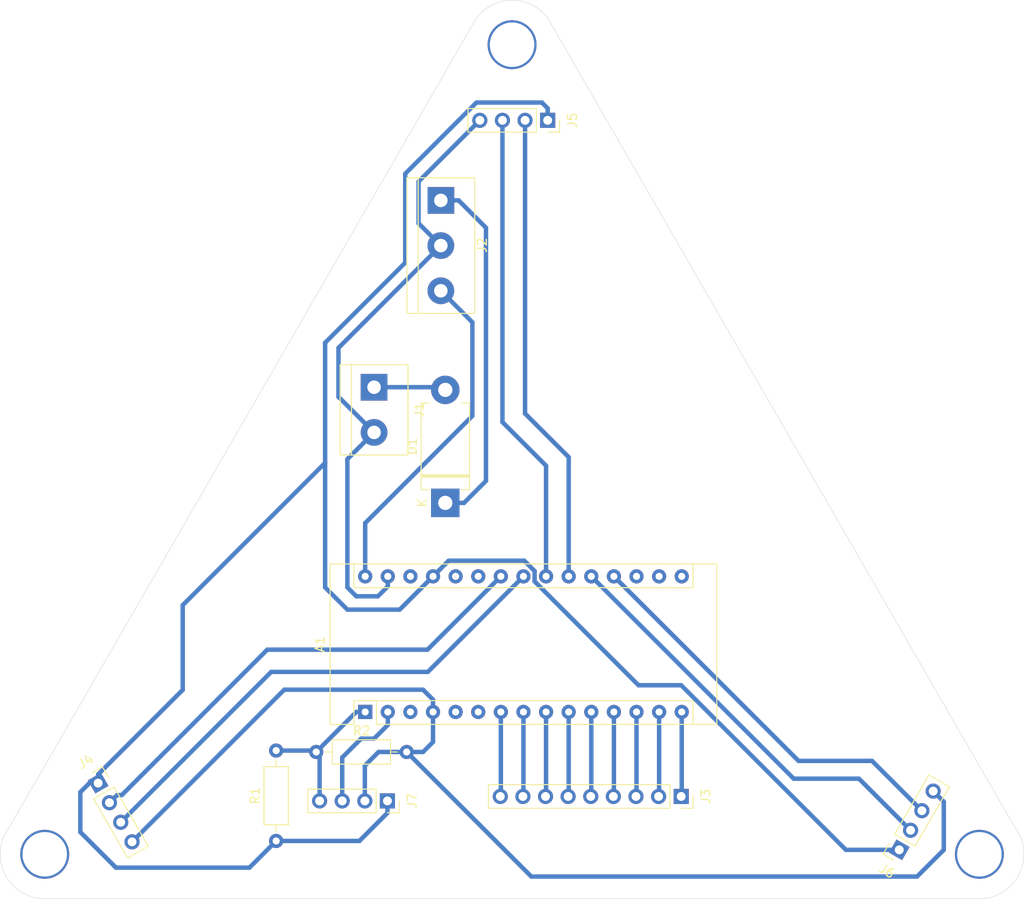
<source format=kicad_pcb>
(kicad_pcb (version 20171130) (host pcbnew 5.1.5+dfsg1-2build2)

  (general
    (thickness 1.6)
    (drawings 6)
    (tracks 123)
    (zones 0)
    (modules 11)
    (nets 23)
  )

  (page A4)
  (layers
    (0 F.Cu signal)
    (31 B.Cu signal)
    (32 B.Adhes user)
    (33 F.Adhes user)
    (34 B.Paste user)
    (35 F.Paste user)
    (36 B.SilkS user)
    (37 F.SilkS user)
    (38 B.Mask user)
    (39 F.Mask user)
    (40 Dwgs.User user)
    (41 Cmts.User user)
    (42 Eco1.User user)
    (43 Eco2.User user)
    (44 Edge.Cuts user)
    (45 Margin user)
    (46 B.CrtYd user)
    (47 F.CrtYd user)
    (48 B.Fab user)
    (49 F.Fab user)
  )

  (setup
    (last_trace_width 0.5)
    (user_trace_width 0.5)
    (trace_clearance 0.2)
    (zone_clearance 0.508)
    (zone_45_only no)
    (trace_min 0.5)
    (via_size 0.8)
    (via_drill 0.4)
    (via_min_size 0.4)
    (via_min_drill 0.3)
    (uvia_size 0.3)
    (uvia_drill 0.1)
    (uvias_allowed no)
    (uvia_min_size 0.2)
    (uvia_min_drill 0.1)
    (edge_width 0.05)
    (segment_width 0.2)
    (pcb_text_width 0.3)
    (pcb_text_size 1.5 1.5)
    (mod_edge_width 0.12)
    (mod_text_size 1 1)
    (mod_text_width 0.15)
    (pad_size 1.524 1.524)
    (pad_drill 0.762)
    (pad_to_mask_clearance 0.051)
    (solder_mask_min_width 0.25)
    (aux_axis_origin 0 0)
    (visible_elements FFFFE77F)
    (pcbplotparams
      (layerselection 0x010fc_ffffffff)
      (usegerberextensions false)
      (usegerberattributes false)
      (usegerberadvancedattributes false)
      (creategerberjobfile false)
      (excludeedgelayer true)
      (linewidth 0.100000)
      (plotframeref false)
      (viasonmask false)
      (mode 1)
      (useauxorigin false)
      (hpglpennumber 1)
      (hpglpenspeed 20)
      (hpglpendiameter 15.000000)
      (psnegative false)
      (psa4output false)
      (plotreference true)
      (plotvalue true)
      (plotinvisibletext false)
      (padsonsilk false)
      (subtractmaskfromsilk false)
      (outputformat 1)
      (mirror false)
      (drillshape 0)
      (scaleselection 1)
      (outputdirectory ""))
  )

  (net 0 "")
  (net 1 Vin)
  (net 2 "Net-(D1-Pad2)")
  (net 3 GND)
  (net 4 5v)
  (net 5 Trig1)
  (net 6 Echo1)
  (net 7 Echo2)
  (net 8 Trig2)
  (net 9 Trig3)
  (net 10 Echo3)
  (net 11 SRx)
  (net 12 STx)
  (net 13 ENA)
  (net 14 IN1)
  (net 15 IN2)
  (net 16 IN3)
  (net 17 IN4)
  (net 18 ENB)
  (net 19 ENC)
  (net 20 IN5)
  (net 21 IN6)
  (net 22 Vbat)

  (net_class Default "This is the default net class."
    (clearance 0.2)
    (trace_width 0.5)
    (via_dia 0.8)
    (via_drill 0.4)
    (uvia_dia 0.3)
    (uvia_drill 0.1)
    (diff_pair_width 0.5)
    (diff_pair_gap 0.25)
    (add_net 5v)
    (add_net ENA)
    (add_net ENB)
    (add_net ENC)
    (add_net Echo1)
    (add_net Echo2)
    (add_net Echo3)
    (add_net GND)
    (add_net IN1)
    (add_net IN2)
    (add_net IN3)
    (add_net IN4)
    (add_net IN5)
    (add_net IN6)
    (add_net "Net-(D1-Pad2)")
    (add_net SRx)
    (add_net STx)
    (add_net Trig1)
    (add_net Trig2)
    (add_net Trig3)
    (add_net Vbat)
    (add_net Vin)
  )

  (module Diode_THT:D_DO-201AD_P12.70mm_Horizontal (layer F.Cu) (tedit 5AE50CD5) (tstamp 61AA34B2)
    (at 95 103.5 90)
    (descr "Diode, DO-201AD series, Axial, Horizontal, pin pitch=12.7mm, , length*diameter=9.5*5.2mm^2, , http://www.diodes.com/_files/packages/DO-201AD.pdf")
    (tags "Diode DO-201AD series Axial Horizontal pin pitch 12.7mm  length 9.5mm diameter 5.2mm")
    (path /61A723B8)
    (fp_text reference D1 (at 6.35 -3.72 90) (layer F.SilkS)
      (effects (font (size 1 1) (thickness 0.15)))
    )
    (fp_text value 1N5404 (at 6.35 3.72 90) (layer F.Fab)
      (effects (font (size 1 1) (thickness 0.15)))
    )
    (fp_line (start 1.6 -2.6) (end 1.6 2.6) (layer F.Fab) (width 0.1))
    (fp_line (start 1.6 2.6) (end 11.1 2.6) (layer F.Fab) (width 0.1))
    (fp_line (start 11.1 2.6) (end 11.1 -2.6) (layer F.Fab) (width 0.1))
    (fp_line (start 11.1 -2.6) (end 1.6 -2.6) (layer F.Fab) (width 0.1))
    (fp_line (start 0 0) (end 1.6 0) (layer F.Fab) (width 0.1))
    (fp_line (start 12.7 0) (end 11.1 0) (layer F.Fab) (width 0.1))
    (fp_line (start 3.025 -2.6) (end 3.025 2.6) (layer F.Fab) (width 0.1))
    (fp_line (start 3.125 -2.6) (end 3.125 2.6) (layer F.Fab) (width 0.1))
    (fp_line (start 2.925 -2.6) (end 2.925 2.6) (layer F.Fab) (width 0.1))
    (fp_line (start 1.48 -1.84) (end 1.48 -2.72) (layer F.SilkS) (width 0.12))
    (fp_line (start 1.48 -2.72) (end 11.22 -2.72) (layer F.SilkS) (width 0.12))
    (fp_line (start 11.22 -2.72) (end 11.22 -1.84) (layer F.SilkS) (width 0.12))
    (fp_line (start 1.48 1.84) (end 1.48 2.72) (layer F.SilkS) (width 0.12))
    (fp_line (start 1.48 2.72) (end 11.22 2.72) (layer F.SilkS) (width 0.12))
    (fp_line (start 11.22 2.72) (end 11.22 1.84) (layer F.SilkS) (width 0.12))
    (fp_line (start 3.025 -2.72) (end 3.025 2.72) (layer F.SilkS) (width 0.12))
    (fp_line (start 3.145 -2.72) (end 3.145 2.72) (layer F.SilkS) (width 0.12))
    (fp_line (start 2.905 -2.72) (end 2.905 2.72) (layer F.SilkS) (width 0.12))
    (fp_line (start -1.85 -2.85) (end -1.85 2.85) (layer F.CrtYd) (width 0.05))
    (fp_line (start -1.85 2.85) (end 14.55 2.85) (layer F.CrtYd) (width 0.05))
    (fp_line (start 14.55 2.85) (end 14.55 -2.85) (layer F.CrtYd) (width 0.05))
    (fp_line (start 14.55 -2.85) (end -1.85 -2.85) (layer F.CrtYd) (width 0.05))
    (fp_text user %R (at 7.0625 0 90) (layer F.Fab)
      (effects (font (size 1 1) (thickness 0.15)))
    )
    (fp_text user K (at 0 -2.6 90) (layer F.Fab)
      (effects (font (size 1 1) (thickness 0.15)))
    )
    (fp_text user K (at 0 -2.6 90) (layer F.SilkS)
      (effects (font (size 1 1) (thickness 0.15)))
    )
    (pad 1 thru_hole rect (at 0 0 90) (size 3.2 3.2) (drill 1.6) (layers *.Cu *.Mask)
      (net 22 Vbat))
    (pad 2 thru_hole oval (at 12.7 0 90) (size 3.2 3.2) (drill 1.6) (layers *.Cu *.Mask)
      (net 2 "Net-(D1-Pad2)"))
    (model ${KISYS3DMOD}/Diode_THT.3dshapes/D_DO-201AD_P12.70mm_Horizontal.wrl
      (at (xyz 0 0 0))
      (scale (xyz 1 1 1))
      (rotate (xyz 0 0 0))
    )
  )

  (module Module:Arduino_Nano (layer F.Cu) (tedit 58ACAF70) (tstamp 61A8D354)
    (at 86 127 90)
    (descr "Arduino Nano, http://www.mouser.com/pdfdocs/Gravitech_Arduino_Nano3_0.pdf")
    (tags "Arduino Nano")
    (path /61B1ACE7)
    (fp_text reference A1 (at 7.62 -5.08 90) (layer F.SilkS)
      (effects (font (size 1 1) (thickness 0.15)))
    )
    (fp_text value Arduino_Nano_v2.x (at 8.89 19.05) (layer F.Fab)
      (effects (font (size 1 1) (thickness 0.15)))
    )
    (fp_text user %R (at 6.35 19.05) (layer F.Fab)
      (effects (font (size 1 1) (thickness 0.15)))
    )
    (fp_line (start 1.27 1.27) (end 1.27 -1.27) (layer F.SilkS) (width 0.12))
    (fp_line (start 1.27 -1.27) (end -1.4 -1.27) (layer F.SilkS) (width 0.12))
    (fp_line (start -1.4 1.27) (end -1.4 39.5) (layer F.SilkS) (width 0.12))
    (fp_line (start -1.4 -3.94) (end -1.4 -1.27) (layer F.SilkS) (width 0.12))
    (fp_line (start 13.97 -1.27) (end 16.64 -1.27) (layer F.SilkS) (width 0.12))
    (fp_line (start 13.97 -1.27) (end 13.97 36.83) (layer F.SilkS) (width 0.12))
    (fp_line (start 13.97 36.83) (end 16.64 36.83) (layer F.SilkS) (width 0.12))
    (fp_line (start 1.27 1.27) (end -1.4 1.27) (layer F.SilkS) (width 0.12))
    (fp_line (start 1.27 1.27) (end 1.27 36.83) (layer F.SilkS) (width 0.12))
    (fp_line (start 1.27 36.83) (end -1.4 36.83) (layer F.SilkS) (width 0.12))
    (fp_line (start 3.81 31.75) (end 11.43 31.75) (layer F.Fab) (width 0.1))
    (fp_line (start 11.43 31.75) (end 11.43 41.91) (layer F.Fab) (width 0.1))
    (fp_line (start 11.43 41.91) (end 3.81 41.91) (layer F.Fab) (width 0.1))
    (fp_line (start 3.81 41.91) (end 3.81 31.75) (layer F.Fab) (width 0.1))
    (fp_line (start -1.4 39.5) (end 16.64 39.5) (layer F.SilkS) (width 0.12))
    (fp_line (start 16.64 39.5) (end 16.64 -3.94) (layer F.SilkS) (width 0.12))
    (fp_line (start 16.64 -3.94) (end -1.4 -3.94) (layer F.SilkS) (width 0.12))
    (fp_line (start 16.51 39.37) (end -1.27 39.37) (layer F.Fab) (width 0.1))
    (fp_line (start -1.27 39.37) (end -1.27 -2.54) (layer F.Fab) (width 0.1))
    (fp_line (start -1.27 -2.54) (end 0 -3.81) (layer F.Fab) (width 0.1))
    (fp_line (start 0 -3.81) (end 16.51 -3.81) (layer F.Fab) (width 0.1))
    (fp_line (start 16.51 -3.81) (end 16.51 39.37) (layer F.Fab) (width 0.1))
    (fp_line (start -1.53 -4.06) (end 16.75 -4.06) (layer F.CrtYd) (width 0.05))
    (fp_line (start -1.53 -4.06) (end -1.53 42.16) (layer F.CrtYd) (width 0.05))
    (fp_line (start 16.75 42.16) (end 16.75 -4.06) (layer F.CrtYd) (width 0.05))
    (fp_line (start 16.75 42.16) (end -1.53 42.16) (layer F.CrtYd) (width 0.05))
    (pad 1 thru_hole rect (at 0 0 90) (size 1.6 1.6) (drill 0.8) (layers *.Cu *.Mask)
      (net 11 SRx))
    (pad 17 thru_hole oval (at 15.24 33.02 90) (size 1.6 1.6) (drill 0.8) (layers *.Cu *.Mask))
    (pad 2 thru_hole oval (at 0 2.54 90) (size 1.6 1.6) (drill 0.8) (layers *.Cu *.Mask)
      (net 12 STx))
    (pad 18 thru_hole oval (at 15.24 30.48 90) (size 1.6 1.6) (drill 0.8) (layers *.Cu *.Mask))
    (pad 3 thru_hole oval (at 0 5.08 90) (size 1.6 1.6) (drill 0.8) (layers *.Cu *.Mask))
    (pad 19 thru_hole oval (at 15.24 27.94 90) (size 1.6 1.6) (drill 0.8) (layers *.Cu *.Mask)
      (net 10 Echo3))
    (pad 4 thru_hole oval (at 0 7.62 90) (size 1.6 1.6) (drill 0.8) (layers *.Cu *.Mask)
      (net 3 GND))
    (pad 20 thru_hole oval (at 15.24 25.4 90) (size 1.6 1.6) (drill 0.8) (layers *.Cu *.Mask)
      (net 9 Trig3))
    (pad 5 thru_hole oval (at 0 10.16 90) (size 1.6 1.6) (drill 0.8) (layers *.Cu *.Mask))
    (pad 21 thru_hole oval (at 15.24 22.86 90) (size 1.6 1.6) (drill 0.8) (layers *.Cu *.Mask)
      (net 8 Trig2))
    (pad 6 thru_hole oval (at 0 12.7 90) (size 1.6 1.6) (drill 0.8) (layers *.Cu *.Mask))
    (pad 22 thru_hole oval (at 15.24 20.32 90) (size 1.6 1.6) (drill 0.8) (layers *.Cu *.Mask)
      (net 7 Echo2))
    (pad 7 thru_hole oval (at 0 15.24 90) (size 1.6 1.6) (drill 0.8) (layers *.Cu *.Mask)
      (net 21 IN6))
    (pad 23 thru_hole oval (at 15.24 17.78 90) (size 1.6 1.6) (drill 0.8) (layers *.Cu *.Mask)
      (net 6 Echo1))
    (pad 8 thru_hole oval (at 0 17.78 90) (size 1.6 1.6) (drill 0.8) (layers *.Cu *.Mask)
      (net 20 IN5))
    (pad 24 thru_hole oval (at 15.24 15.24 90) (size 1.6 1.6) (drill 0.8) (layers *.Cu *.Mask)
      (net 5 Trig1))
    (pad 9 thru_hole oval (at 0 20.32 90) (size 1.6 1.6) (drill 0.8) (layers *.Cu *.Mask)
      (net 19 ENC))
    (pad 25 thru_hole oval (at 15.24 12.7 90) (size 1.6 1.6) (drill 0.8) (layers *.Cu *.Mask))
    (pad 10 thru_hole oval (at 0 22.86 90) (size 1.6 1.6) (drill 0.8) (layers *.Cu *.Mask)
      (net 18 ENB))
    (pad 26 thru_hole oval (at 15.24 10.16 90) (size 1.6 1.6) (drill 0.8) (layers *.Cu *.Mask))
    (pad 11 thru_hole oval (at 0 25.4 90) (size 1.6 1.6) (drill 0.8) (layers *.Cu *.Mask)
      (net 17 IN4))
    (pad 27 thru_hole oval (at 15.24 7.62 90) (size 1.6 1.6) (drill 0.8) (layers *.Cu *.Mask)
      (net 4 5v))
    (pad 12 thru_hole oval (at 0 27.94 90) (size 1.6 1.6) (drill 0.8) (layers *.Cu *.Mask)
      (net 16 IN3))
    (pad 28 thru_hole oval (at 15.24 5.08 90) (size 1.6 1.6) (drill 0.8) (layers *.Cu *.Mask))
    (pad 13 thru_hole oval (at 0 30.48 90) (size 1.6 1.6) (drill 0.8) (layers *.Cu *.Mask)
      (net 15 IN2))
    (pad 29 thru_hole oval (at 15.24 2.54 90) (size 1.6 1.6) (drill 0.8) (layers *.Cu *.Mask)
      (net 3 GND))
    (pad 14 thru_hole oval (at 0 33.02 90) (size 1.6 1.6) (drill 0.8) (layers *.Cu *.Mask)
      (net 14 IN1))
    (pad 30 thru_hole oval (at 15.24 0 90) (size 1.6 1.6) (drill 0.8) (layers *.Cu *.Mask)
      (net 1 Vin))
    (pad 15 thru_hole oval (at 0 35.56 90) (size 1.6 1.6) (drill 0.8) (layers *.Cu *.Mask)
      (net 13 ENA))
    (pad 16 thru_hole oval (at 15.24 35.56 90) (size 1.6 1.6) (drill 0.8) (layers *.Cu *.Mask))
    (model ${KISYS3DMOD}/Module.3dshapes/Arduino_Nano_WithMountingHoles.wrl
      (at (xyz 0 0 0))
      (scale (xyz 1 1 1))
      (rotate (xyz 0 0 0))
    )
  )

  (module TerminalBlock:TerminalBlock_bornier-2_P5.08mm (layer F.Cu) (tedit 59FF03AB) (tstamp 61A8D388)
    (at 87 90.5 270)
    (descr "simple 2-pin terminal block, pitch 5.08mm, revamped version of bornier2")
    (tags "terminal block bornier2")
    (path /61A8617A)
    (fp_text reference J1 (at 2.54 -5.08 90) (layer F.SilkS)
      (effects (font (size 1 1) (thickness 0.15)))
    )
    (fp_text value Battery (at 2.54 5.08 90) (layer F.Fab)
      (effects (font (size 1 1) (thickness 0.15)))
    )
    (fp_text user %R (at 2.54 0 90) (layer F.Fab)
      (effects (font (size 1 1) (thickness 0.15)))
    )
    (fp_line (start -2.41 2.55) (end 7.49 2.55) (layer F.Fab) (width 0.1))
    (fp_line (start -2.46 -3.75) (end -2.46 3.75) (layer F.Fab) (width 0.1))
    (fp_line (start -2.46 3.75) (end 7.54 3.75) (layer F.Fab) (width 0.1))
    (fp_line (start 7.54 3.75) (end 7.54 -3.75) (layer F.Fab) (width 0.1))
    (fp_line (start 7.54 -3.75) (end -2.46 -3.75) (layer F.Fab) (width 0.1))
    (fp_line (start 7.62 2.54) (end -2.54 2.54) (layer F.SilkS) (width 0.12))
    (fp_line (start 7.62 3.81) (end 7.62 -3.81) (layer F.SilkS) (width 0.12))
    (fp_line (start 7.62 -3.81) (end -2.54 -3.81) (layer F.SilkS) (width 0.12))
    (fp_line (start -2.54 -3.81) (end -2.54 3.81) (layer F.SilkS) (width 0.12))
    (fp_line (start -2.54 3.81) (end 7.62 3.81) (layer F.SilkS) (width 0.12))
    (fp_line (start -2.71 -4) (end 7.79 -4) (layer F.CrtYd) (width 0.05))
    (fp_line (start -2.71 -4) (end -2.71 4) (layer F.CrtYd) (width 0.05))
    (fp_line (start 7.79 4) (end 7.79 -4) (layer F.CrtYd) (width 0.05))
    (fp_line (start 7.79 4) (end -2.71 4) (layer F.CrtYd) (width 0.05))
    (pad 1 thru_hole rect (at 0 0 270) (size 3 3) (drill 1.52) (layers *.Cu *.Mask)
      (net 2 "Net-(D1-Pad2)"))
    (pad 2 thru_hole circle (at 5.08 0 270) (size 3 3) (drill 1.52) (layers *.Cu *.Mask)
      (net 3 GND))
    (model ${KISYS3DMOD}/TerminalBlock.3dshapes/TerminalBlock_bornier-2_P5.08mm.wrl
      (offset (xyz 2.539999961853027 0 0))
      (scale (xyz 1 1 1))
      (rotate (xyz 0 0 0))
    )
  )

  (module Connector_PinSocket_2.54mm:PinSocket_1x04_P2.54mm_Vertical (layer F.Cu) (tedit 5A19A429) (tstamp 61A8D3B8)
    (at 56 135 30)
    (descr "Through hole straight socket strip, 1x04, 2.54mm pitch, single row (from Kicad 4.0.7), script generated")
    (tags "Through hole socket strip THT 1x04 2.54mm single row")
    (path /61ACE4B6)
    (fp_text reference J4 (at 0 -2.77 30) (layer F.SilkS)
      (effects (font (size 1 1) (thickness 0.15)))
    )
    (fp_text value HC-SR04a (at 0 10.39 30) (layer F.Fab)
      (effects (font (size 1 1) (thickness 0.15)))
    )
    (fp_line (start -1.27 -1.27) (end 0.635 -1.27) (layer F.Fab) (width 0.1))
    (fp_line (start 0.635 -1.27) (end 1.27 -0.635) (layer F.Fab) (width 0.1))
    (fp_line (start 1.27 -0.635) (end 1.27 8.89) (layer F.Fab) (width 0.1))
    (fp_line (start 1.27 8.89) (end -1.27 8.89) (layer F.Fab) (width 0.1))
    (fp_line (start -1.27 8.89) (end -1.27 -1.27) (layer F.Fab) (width 0.1))
    (fp_line (start -1.33 1.27) (end 1.33 1.27) (layer F.SilkS) (width 0.12))
    (fp_line (start -1.33 1.27) (end -1.33 8.95) (layer F.SilkS) (width 0.12))
    (fp_line (start -1.33 8.95) (end 1.33 8.95) (layer F.SilkS) (width 0.12))
    (fp_line (start 1.33 1.27) (end 1.33 8.95) (layer F.SilkS) (width 0.12))
    (fp_line (start 1.33 -1.33) (end 1.33 0) (layer F.SilkS) (width 0.12))
    (fp_line (start 0 -1.33) (end 1.33 -1.33) (layer F.SilkS) (width 0.12))
    (fp_line (start -1.8 -1.8) (end 1.75 -1.8) (layer F.CrtYd) (width 0.05))
    (fp_line (start 1.75 -1.8) (end 1.75 9.4) (layer F.CrtYd) (width 0.05))
    (fp_line (start 1.75 9.4) (end -1.8 9.4) (layer F.CrtYd) (width 0.05))
    (fp_line (start -1.8 9.4) (end -1.8 -1.8) (layer F.CrtYd) (width 0.05))
    (fp_text user %R (at 0 3.81 120) (layer F.Fab)
      (effects (font (size 1 1) (thickness 0.15)))
    )
    (pad 1 thru_hole rect (at 0 0 30) (size 1.7 1.7) (drill 1) (layers *.Cu *.Mask)
      (net 4 5v))
    (pad 2 thru_hole oval (at 0 2.54 30) (size 1.7 1.7) (drill 1) (layers *.Cu *.Mask)
      (net 5 Trig1))
    (pad 3 thru_hole oval (at 0 5.08 30) (size 1.7 1.7) (drill 1) (layers *.Cu *.Mask)
      (net 6 Echo1))
    (pad 4 thru_hole oval (at 0 7.62 30) (size 1.7 1.7) (drill 1) (layers *.Cu *.Mask)
      (net 3 GND))
    (model ${KISYS3DMOD}/Connector_PinSocket_2.54mm.3dshapes/PinSocket_1x04_P2.54mm_Vertical.wrl
      (at (xyz 0 0 0))
      (scale (xyz 1 1 1))
      (rotate (xyz 0 0 0))
    )
  )

  (module Connector_PinSocket_2.54mm:PinSocket_1x04_P2.54mm_Vertical (layer F.Cu) (tedit 5A19A429) (tstamp 61A8D3D0)
    (at 106.5 60.5 270)
    (descr "Through hole straight socket strip, 1x04, 2.54mm pitch, single row (from Kicad 4.0.7), script generated")
    (tags "Through hole socket strip THT 1x04 2.54mm single row")
    (path /61ACFF50)
    (fp_text reference J5 (at 0 -2.77 90) (layer F.SilkS)
      (effects (font (size 1 1) (thickness 0.15)))
    )
    (fp_text value HC-SR04b (at 0 10.39 90) (layer F.Fab)
      (effects (font (size 1 1) (thickness 0.15)))
    )
    (fp_text user %R (at 0 3.81) (layer F.Fab)
      (effects (font (size 1 1) (thickness 0.15)))
    )
    (fp_line (start -1.8 9.4) (end -1.8 -1.8) (layer F.CrtYd) (width 0.05))
    (fp_line (start 1.75 9.4) (end -1.8 9.4) (layer F.CrtYd) (width 0.05))
    (fp_line (start 1.75 -1.8) (end 1.75 9.4) (layer F.CrtYd) (width 0.05))
    (fp_line (start -1.8 -1.8) (end 1.75 -1.8) (layer F.CrtYd) (width 0.05))
    (fp_line (start 0 -1.33) (end 1.33 -1.33) (layer F.SilkS) (width 0.12))
    (fp_line (start 1.33 -1.33) (end 1.33 0) (layer F.SilkS) (width 0.12))
    (fp_line (start 1.33 1.27) (end 1.33 8.95) (layer F.SilkS) (width 0.12))
    (fp_line (start -1.33 8.95) (end 1.33 8.95) (layer F.SilkS) (width 0.12))
    (fp_line (start -1.33 1.27) (end -1.33 8.95) (layer F.SilkS) (width 0.12))
    (fp_line (start -1.33 1.27) (end 1.33 1.27) (layer F.SilkS) (width 0.12))
    (fp_line (start -1.27 8.89) (end -1.27 -1.27) (layer F.Fab) (width 0.1))
    (fp_line (start 1.27 8.89) (end -1.27 8.89) (layer F.Fab) (width 0.1))
    (fp_line (start 1.27 -0.635) (end 1.27 8.89) (layer F.Fab) (width 0.1))
    (fp_line (start 0.635 -1.27) (end 1.27 -0.635) (layer F.Fab) (width 0.1))
    (fp_line (start -1.27 -1.27) (end 0.635 -1.27) (layer F.Fab) (width 0.1))
    (pad 4 thru_hole oval (at 0 7.62 270) (size 1.7 1.7) (drill 1) (layers *.Cu *.Mask)
      (net 3 GND))
    (pad 3 thru_hole oval (at 0 5.08 270) (size 1.7 1.7) (drill 1) (layers *.Cu *.Mask)
      (net 7 Echo2))
    (pad 2 thru_hole oval (at 0 2.54 270) (size 1.7 1.7) (drill 1) (layers *.Cu *.Mask)
      (net 8 Trig2))
    (pad 1 thru_hole rect (at 0 0 270) (size 1.7 1.7) (drill 1) (layers *.Cu *.Mask)
      (net 4 5v))
    (model ${KISYS3DMOD}/Connector_PinSocket_2.54mm.3dshapes/PinSocket_1x04_P2.54mm_Vertical.wrl
      (at (xyz 0 0 0))
      (scale (xyz 1 1 1))
      (rotate (xyz 0 0 0))
    )
  )

  (module Connector_PinSocket_2.54mm:PinSocket_1x04_P2.54mm_Vertical (layer F.Cu) (tedit 5A19A429) (tstamp 61A8D3E8)
    (at 146 142.5 150)
    (descr "Through hole straight socket strip, 1x04, 2.54mm pitch, single row (from Kicad 4.0.7), script generated")
    (tags "Through hole socket strip THT 1x04 2.54mm single row")
    (path /61AD0DA9)
    (fp_text reference J6 (at 0 -2.77 150) (layer F.SilkS)
      (effects (font (size 1 1) (thickness 0.15)))
    )
    (fp_text value HC-SR04c (at 0 10.39 150) (layer F.Fab)
      (effects (font (size 1 1) (thickness 0.15)))
    )
    (fp_line (start -1.27 -1.27) (end 0.635 -1.27) (layer F.Fab) (width 0.1))
    (fp_line (start 0.635 -1.27) (end 1.27 -0.635) (layer F.Fab) (width 0.1))
    (fp_line (start 1.27 -0.635) (end 1.27 8.89) (layer F.Fab) (width 0.1))
    (fp_line (start 1.27 8.89) (end -1.27 8.89) (layer F.Fab) (width 0.1))
    (fp_line (start -1.27 8.89) (end -1.27 -1.27) (layer F.Fab) (width 0.1))
    (fp_line (start -1.33 1.27) (end 1.33 1.27) (layer F.SilkS) (width 0.12))
    (fp_line (start -1.33 1.27) (end -1.33 8.95) (layer F.SilkS) (width 0.12))
    (fp_line (start -1.33 8.95) (end 1.33 8.95) (layer F.SilkS) (width 0.12))
    (fp_line (start 1.33 1.27) (end 1.33 8.95) (layer F.SilkS) (width 0.12))
    (fp_line (start 1.33 -1.33) (end 1.33 0) (layer F.SilkS) (width 0.12))
    (fp_line (start 0 -1.33) (end 1.33 -1.33) (layer F.SilkS) (width 0.12))
    (fp_line (start -1.8 -1.8) (end 1.75 -1.8) (layer F.CrtYd) (width 0.05))
    (fp_line (start 1.75 -1.8) (end 1.75 9.4) (layer F.CrtYd) (width 0.05))
    (fp_line (start 1.75 9.4) (end -1.8 9.4) (layer F.CrtYd) (width 0.05))
    (fp_line (start -1.8 9.4) (end -1.8 -1.8) (layer F.CrtYd) (width 0.05))
    (fp_text user %R (at 0 3.81 60) (layer F.Fab)
      (effects (font (size 1 1) (thickness 0.15)))
    )
    (pad 1 thru_hole rect (at 0 0 150) (size 1.7 1.7) (drill 1) (layers *.Cu *.Mask)
      (net 4 5v))
    (pad 2 thru_hole oval (at 0 2.54 150) (size 1.7 1.7) (drill 1) (layers *.Cu *.Mask)
      (net 9 Trig3))
    (pad 3 thru_hole oval (at 0 5.08 150) (size 1.7 1.7) (drill 1) (layers *.Cu *.Mask)
      (net 10 Echo3))
    (pad 4 thru_hole oval (at 0 7.62 150) (size 1.7 1.7) (drill 1) (layers *.Cu *.Mask)
      (net 3 GND))
    (model ${KISYS3DMOD}/Connector_PinSocket_2.54mm.3dshapes/PinSocket_1x04_P2.54mm_Vertical.wrl
      (at (xyz 0 0 0))
      (scale (xyz 1 1 1))
      (rotate (xyz 0 0 0))
    )
  )

  (module Connector_PinSocket_2.54mm:PinSocket_1x09_P2.54mm_Vertical (layer F.Cu) (tedit 5A19A431) (tstamp 61A8D41D)
    (at 121.5 136.5 270)
    (descr "Through hole straight socket strip, 1x09, 2.54mm pitch, single row (from Kicad 4.0.7), script generated")
    (tags "Through hole socket strip THT 1x09 2.54mm single row")
    (path /61A7F967)
    (fp_text reference J3 (at 0 -2.77 90) (layer F.SilkS)
      (effects (font (size 1 1) (thickness 0.15)))
    )
    (fp_text value Motores (at 0 23.09 90) (layer F.Fab)
      (effects (font (size 1 1) (thickness 0.15)))
    )
    (fp_line (start -1.27 -1.27) (end 0.635 -1.27) (layer F.Fab) (width 0.1))
    (fp_line (start 0.635 -1.27) (end 1.27 -0.635) (layer F.Fab) (width 0.1))
    (fp_line (start 1.27 -0.635) (end 1.27 21.59) (layer F.Fab) (width 0.1))
    (fp_line (start 1.27 21.59) (end -1.27 21.59) (layer F.Fab) (width 0.1))
    (fp_line (start -1.27 21.59) (end -1.27 -1.27) (layer F.Fab) (width 0.1))
    (fp_line (start -1.33 1.27) (end 1.33 1.27) (layer F.SilkS) (width 0.12))
    (fp_line (start -1.33 1.27) (end -1.33 21.65) (layer F.SilkS) (width 0.12))
    (fp_line (start -1.33 21.65) (end 1.33 21.65) (layer F.SilkS) (width 0.12))
    (fp_line (start 1.33 1.27) (end 1.33 21.65) (layer F.SilkS) (width 0.12))
    (fp_line (start 1.33 -1.33) (end 1.33 0) (layer F.SilkS) (width 0.12))
    (fp_line (start 0 -1.33) (end 1.33 -1.33) (layer F.SilkS) (width 0.12))
    (fp_line (start -1.8 -1.8) (end 1.75 -1.8) (layer F.CrtYd) (width 0.05))
    (fp_line (start 1.75 -1.8) (end 1.75 22.1) (layer F.CrtYd) (width 0.05))
    (fp_line (start 1.75 22.1) (end -1.8 22.1) (layer F.CrtYd) (width 0.05))
    (fp_line (start -1.8 22.1) (end -1.8 -1.8) (layer F.CrtYd) (width 0.05))
    (fp_text user %R (at 0 10.16) (layer F.Fab)
      (effects (font (size 1 1) (thickness 0.15)))
    )
    (pad 1 thru_hole rect (at 0 0 270) (size 1.7 1.7) (drill 1) (layers *.Cu *.Mask)
      (net 13 ENA))
    (pad 2 thru_hole oval (at 0 2.54 270) (size 1.7 1.7) (drill 1) (layers *.Cu *.Mask)
      (net 14 IN1))
    (pad 3 thru_hole oval (at 0 5.08 270) (size 1.7 1.7) (drill 1) (layers *.Cu *.Mask)
      (net 15 IN2))
    (pad 4 thru_hole oval (at 0 7.62 270) (size 1.7 1.7) (drill 1) (layers *.Cu *.Mask)
      (net 16 IN3))
    (pad 5 thru_hole oval (at 0 10.16 270) (size 1.7 1.7) (drill 1) (layers *.Cu *.Mask)
      (net 17 IN4))
    (pad 6 thru_hole oval (at 0 12.7 270) (size 1.7 1.7) (drill 1) (layers *.Cu *.Mask)
      (net 18 ENB))
    (pad 7 thru_hole oval (at 0 15.24 270) (size 1.7 1.7) (drill 1) (layers *.Cu *.Mask)
      (net 19 ENC))
    (pad 8 thru_hole oval (at 0 17.78 270) (size 1.7 1.7) (drill 1) (layers *.Cu *.Mask)
      (net 20 IN5))
    (pad 9 thru_hole oval (at 0 20.32 270) (size 1.7 1.7) (drill 1) (layers *.Cu *.Mask)
      (net 21 IN6))
    (model ${KISYS3DMOD}/Connector_PinSocket_2.54mm.3dshapes/PinSocket_1x09_P2.54mm_Vertical.wrl
      (at (xyz 0 0 0))
      (scale (xyz 1 1 1))
      (rotate (xyz 0 0 0))
    )
  )

  (module Connector_PinSocket_2.54mm:PinSocket_1x04_P2.54mm_Vertical (layer F.Cu) (tedit 5A19A429) (tstamp 61AD2114)
    (at 88.5 137 270)
    (descr "Through hole straight socket strip, 1x04, 2.54mm pitch, single row (from Kicad 4.0.7), script generated")
    (tags "Through hole socket strip THT 1x04 2.54mm single row")
    (path /61AD497A)
    (fp_text reference J7 (at 0 -2.77 90) (layer F.SilkS)
      (effects (font (size 1 1) (thickness 0.15)))
    )
    (fp_text value HC-06 (at 0 10.39 90) (layer F.Fab)
      (effects (font (size 1 1) (thickness 0.15)))
    )
    (fp_line (start -1.27 -1.27) (end 0.635 -1.27) (layer F.Fab) (width 0.1))
    (fp_line (start 0.635 -1.27) (end 1.27 -0.635) (layer F.Fab) (width 0.1))
    (fp_line (start 1.27 -0.635) (end 1.27 8.89) (layer F.Fab) (width 0.1))
    (fp_line (start 1.27 8.89) (end -1.27 8.89) (layer F.Fab) (width 0.1))
    (fp_line (start -1.27 8.89) (end -1.27 -1.27) (layer F.Fab) (width 0.1))
    (fp_line (start -1.33 1.27) (end 1.33 1.27) (layer F.SilkS) (width 0.12))
    (fp_line (start -1.33 1.27) (end -1.33 8.95) (layer F.SilkS) (width 0.12))
    (fp_line (start -1.33 8.95) (end 1.33 8.95) (layer F.SilkS) (width 0.12))
    (fp_line (start 1.33 1.27) (end 1.33 8.95) (layer F.SilkS) (width 0.12))
    (fp_line (start 1.33 -1.33) (end 1.33 0) (layer F.SilkS) (width 0.12))
    (fp_line (start 0 -1.33) (end 1.33 -1.33) (layer F.SilkS) (width 0.12))
    (fp_line (start -1.8 -1.8) (end 1.75 -1.8) (layer F.CrtYd) (width 0.05))
    (fp_line (start 1.75 -1.8) (end 1.75 9.4) (layer F.CrtYd) (width 0.05))
    (fp_line (start 1.75 9.4) (end -1.8 9.4) (layer F.CrtYd) (width 0.05))
    (fp_line (start -1.8 9.4) (end -1.8 -1.8) (layer F.CrtYd) (width 0.05))
    (fp_text user %R (at 0 3.81) (layer F.Fab)
      (effects (font (size 1 1) (thickness 0.15)))
    )
    (pad 1 thru_hole rect (at 0 0 270) (size 1.7 1.7) (drill 1) (layers *.Cu *.Mask)
      (net 4 5v))
    (pad 2 thru_hole oval (at 0 2.54 270) (size 1.7 1.7) (drill 1) (layers *.Cu *.Mask)
      (net 3 GND))
    (pad 3 thru_hole oval (at 0 5.08 270) (size 1.7 1.7) (drill 1) (layers *.Cu *.Mask)
      (net 12 STx))
    (pad 4 thru_hole oval (at 0 7.62 270) (size 1.7 1.7) (drill 1) (layers *.Cu *.Mask)
      (net 11 SRx))
    (model ${KISYS3DMOD}/Connector_PinSocket_2.54mm.3dshapes/PinSocket_1x04_P2.54mm_Vertical.wrl
      (at (xyz 0 0 0))
      (scale (xyz 1 1 1))
      (rotate (xyz 0 0 0))
    )
  )

  (module Resistor_THT:R_Axial_DIN0207_L6.3mm_D2.5mm_P10.16mm_Horizontal (layer F.Cu) (tedit 5AE5139B) (tstamp 61AD212B)
    (at 76 141.5 90)
    (descr "Resistor, Axial_DIN0207 series, Axial, Horizontal, pin pitch=10.16mm, 0.25W = 1/4W, length*diameter=6.3*2.5mm^2, http://cdn-reichelt.de/documents/datenblatt/B400/1_4W%23YAG.pdf")
    (tags "Resistor Axial_DIN0207 series Axial Horizontal pin pitch 10.16mm 0.25W = 1/4W length 6.3mm diameter 2.5mm")
    (path /61BBC0F7)
    (fp_text reference R1 (at 5.08 -2.37 90) (layer F.SilkS)
      (effects (font (size 1 1) (thickness 0.15)))
    )
    (fp_text value 1k (at 5.08 2.37 90) (layer F.Fab)
      (effects (font (size 1 1) (thickness 0.15)))
    )
    (fp_line (start 1.93 -1.25) (end 1.93 1.25) (layer F.Fab) (width 0.1))
    (fp_line (start 1.93 1.25) (end 8.23 1.25) (layer F.Fab) (width 0.1))
    (fp_line (start 8.23 1.25) (end 8.23 -1.25) (layer F.Fab) (width 0.1))
    (fp_line (start 8.23 -1.25) (end 1.93 -1.25) (layer F.Fab) (width 0.1))
    (fp_line (start 0 0) (end 1.93 0) (layer F.Fab) (width 0.1))
    (fp_line (start 10.16 0) (end 8.23 0) (layer F.Fab) (width 0.1))
    (fp_line (start 1.81 -1.37) (end 1.81 1.37) (layer F.SilkS) (width 0.12))
    (fp_line (start 1.81 1.37) (end 8.35 1.37) (layer F.SilkS) (width 0.12))
    (fp_line (start 8.35 1.37) (end 8.35 -1.37) (layer F.SilkS) (width 0.12))
    (fp_line (start 8.35 -1.37) (end 1.81 -1.37) (layer F.SilkS) (width 0.12))
    (fp_line (start 1.04 0) (end 1.81 0) (layer F.SilkS) (width 0.12))
    (fp_line (start 9.12 0) (end 8.35 0) (layer F.SilkS) (width 0.12))
    (fp_line (start -1.05 -1.5) (end -1.05 1.5) (layer F.CrtYd) (width 0.05))
    (fp_line (start -1.05 1.5) (end 11.21 1.5) (layer F.CrtYd) (width 0.05))
    (fp_line (start 11.21 1.5) (end 11.21 -1.5) (layer F.CrtYd) (width 0.05))
    (fp_line (start 11.21 -1.5) (end -1.05 -1.5) (layer F.CrtYd) (width 0.05))
    (fp_text user %R (at 5.08 0 90) (layer F.Fab)
      (effects (font (size 1 1) (thickness 0.15)))
    )
    (pad 1 thru_hole circle (at 0 0 90) (size 1.6 1.6) (drill 0.8) (layers *.Cu *.Mask)
      (net 4 5v))
    (pad 2 thru_hole oval (at 10.16 0 90) (size 1.6 1.6) (drill 0.8) (layers *.Cu *.Mask)
      (net 11 SRx))
    (model ${KISYS3DMOD}/Resistor_THT.3dshapes/R_Axial_DIN0207_L6.3mm_D2.5mm_P10.16mm_Horizontal.wrl
      (at (xyz 0 0 0))
      (scale (xyz 1 1 1))
      (rotate (xyz 0 0 0))
    )
  )

  (module Resistor_THT:R_Axial_DIN0207_L6.3mm_D2.5mm_P10.16mm_Horizontal (layer F.Cu) (tedit 5AE5139B) (tstamp 61AD2142)
    (at 80.5 131.5)
    (descr "Resistor, Axial_DIN0207 series, Axial, Horizontal, pin pitch=10.16mm, 0.25W = 1/4W, length*diameter=6.3*2.5mm^2, http://cdn-reichelt.de/documents/datenblatt/B400/1_4W%23YAG.pdf")
    (tags "Resistor Axial_DIN0207 series Axial Horizontal pin pitch 10.16mm 0.25W = 1/4W length 6.3mm diameter 2.5mm")
    (path /61BBED8A)
    (fp_text reference R2 (at 5.08 -2.37) (layer F.SilkS)
      (effects (font (size 1 1) (thickness 0.15)))
    )
    (fp_text value 2.2k (at 5.08 2.37) (layer F.Fab)
      (effects (font (size 1 1) (thickness 0.15)))
    )
    (fp_text user %R (at 5.08 0) (layer F.Fab)
      (effects (font (size 1 1) (thickness 0.15)))
    )
    (fp_line (start 11.21 -1.5) (end -1.05 -1.5) (layer F.CrtYd) (width 0.05))
    (fp_line (start 11.21 1.5) (end 11.21 -1.5) (layer F.CrtYd) (width 0.05))
    (fp_line (start -1.05 1.5) (end 11.21 1.5) (layer F.CrtYd) (width 0.05))
    (fp_line (start -1.05 -1.5) (end -1.05 1.5) (layer F.CrtYd) (width 0.05))
    (fp_line (start 9.12 0) (end 8.35 0) (layer F.SilkS) (width 0.12))
    (fp_line (start 1.04 0) (end 1.81 0) (layer F.SilkS) (width 0.12))
    (fp_line (start 8.35 -1.37) (end 1.81 -1.37) (layer F.SilkS) (width 0.12))
    (fp_line (start 8.35 1.37) (end 8.35 -1.37) (layer F.SilkS) (width 0.12))
    (fp_line (start 1.81 1.37) (end 8.35 1.37) (layer F.SilkS) (width 0.12))
    (fp_line (start 1.81 -1.37) (end 1.81 1.37) (layer F.SilkS) (width 0.12))
    (fp_line (start 10.16 0) (end 8.23 0) (layer F.Fab) (width 0.1))
    (fp_line (start 0 0) (end 1.93 0) (layer F.Fab) (width 0.1))
    (fp_line (start 8.23 -1.25) (end 1.93 -1.25) (layer F.Fab) (width 0.1))
    (fp_line (start 8.23 1.25) (end 8.23 -1.25) (layer F.Fab) (width 0.1))
    (fp_line (start 1.93 1.25) (end 8.23 1.25) (layer F.Fab) (width 0.1))
    (fp_line (start 1.93 -1.25) (end 1.93 1.25) (layer F.Fab) (width 0.1))
    (pad 2 thru_hole oval (at 10.16 0) (size 1.6 1.6) (drill 0.8) (layers *.Cu *.Mask)
      (net 3 GND))
    (pad 1 thru_hole circle (at 0 0) (size 1.6 1.6) (drill 0.8) (layers *.Cu *.Mask)
      (net 11 SRx))
    (model ${KISYS3DMOD}/Resistor_THT.3dshapes/R_Axial_DIN0207_L6.3mm_D2.5mm_P10.16mm_Horizontal.wrl
      (at (xyz 0 0 0))
      (scale (xyz 1 1 1))
      (rotate (xyz 0 0 0))
    )
  )

  (module TerminalBlock:TerminalBlock_bornier-3_P5.08mm (layer F.Cu) (tedit 59FF03B9) (tstamp 623A476A)
    (at 94.5 69.5 270)
    (descr "simple 3-pin terminal block, pitch 5.08mm, revamped version of bornier3")
    (tags "terminal block bornier3")
    (path /61A8A8AF)
    (fp_text reference J2 (at 5.05 -4.65 90) (layer F.SilkS)
      (effects (font (size 1 1) (thickness 0.15)))
    )
    (fp_text value L298N (at 5.08 5.08 90) (layer F.Fab)
      (effects (font (size 1 1) (thickness 0.15)))
    )
    (fp_text user %R (at 5.08 0 90) (layer F.Fab)
      (effects (font (size 1 1) (thickness 0.15)))
    )
    (fp_line (start -2.47 2.55) (end 12.63 2.55) (layer F.Fab) (width 0.1))
    (fp_line (start -2.47 -3.75) (end 12.63 -3.75) (layer F.Fab) (width 0.1))
    (fp_line (start 12.63 -3.75) (end 12.63 3.75) (layer F.Fab) (width 0.1))
    (fp_line (start 12.63 3.75) (end -2.47 3.75) (layer F.Fab) (width 0.1))
    (fp_line (start -2.47 3.75) (end -2.47 -3.75) (layer F.Fab) (width 0.1))
    (fp_line (start -2.54 3.81) (end -2.54 -3.81) (layer F.SilkS) (width 0.12))
    (fp_line (start 12.7 3.81) (end 12.7 -3.81) (layer F.SilkS) (width 0.12))
    (fp_line (start -2.54 2.54) (end 12.7 2.54) (layer F.SilkS) (width 0.12))
    (fp_line (start -2.54 -3.81) (end 12.7 -3.81) (layer F.SilkS) (width 0.12))
    (fp_line (start -2.54 3.81) (end 12.7 3.81) (layer F.SilkS) (width 0.12))
    (fp_line (start -2.72 -4) (end 12.88 -4) (layer F.CrtYd) (width 0.05))
    (fp_line (start -2.72 -4) (end -2.72 4) (layer F.CrtYd) (width 0.05))
    (fp_line (start 12.88 4) (end 12.88 -4) (layer F.CrtYd) (width 0.05))
    (fp_line (start 12.88 4) (end -2.72 4) (layer F.CrtYd) (width 0.05))
    (pad 1 thru_hole rect (at 0 0 270) (size 3 3) (drill 1.52) (layers *.Cu *.Mask)
      (net 22 Vbat))
    (pad 2 thru_hole circle (at 5.08 0 270) (size 3 3) (drill 1.52) (layers *.Cu *.Mask)
      (net 3 GND))
    (pad 3 thru_hole circle (at 10.16 0 270) (size 3 3) (drill 1.52) (layers *.Cu *.Mask)
      (net 1 Vin))
    (model ${KISYS3DMOD}/TerminalBlock.3dshapes/TerminalBlock_bornier-3_P5.08mm.wrl
      (offset (xyz 5.079999923706055 0 0))
      (scale (xyz 1 1 1))
      (rotate (xyz 0 0 0))
    )
  )

  (gr_arc (start 155 143) (end 155 148) (angle -126.8698976) (layer Edge.Cuts) (width 0.05))
  (gr_arc (start 102.5 52) (end 106.499999 49) (angle -106.2602047) (layer Edge.Cuts) (width 0.05))
  (gr_arc (start 50 143) (end 46 140.000001) (angle -126.8698976) (layer Edge.Cuts) (width 0.05))
  (gr_line (start 155 148) (end 50 148) (layer Edge.Cuts) (width 0.05) (tstamp 61A8CD22))
  (gr_line (start 106.5 49) (end 159 140) (layer Edge.Cuts) (width 0.05))
  (gr_line (start 46 140) (end 98.5 49) (layer Edge.Cuts) (width 0.05))

  (via (at 102.5 52) (size 5.5) (drill 5) (layers F.Cu B.Cu) (net 0))
  (via (at 50 143) (size 5.5) (drill 5) (layers F.Cu B.Cu) (net 0) (tstamp 61A691CC))
  (via (at 155 143) (size 5.5) (drill 5) (layers F.Cu B.Cu) (net 0) (tstamp 61A8C914))
  (segment (start 86 105.77) (end 86 111.76) (width 0.5) (layer B.Cu) (net 1))
  (segment (start 98.044 93.726) (end 86 105.77) (width 0.5) (layer B.Cu) (net 1))
  (segment (start 98.044 83.204) (end 98.044 93.726) (width 0.5) (layer B.Cu) (net 1))
  (segment (start 94.5 79.66) (end 98.044 83.204) (width 0.5) (layer B.Cu) (net 1))
  (segment (start 87 90.5) (end 94.7 90.5) (width 0.5) (layer B.Cu) (net 2) (status 30))
  (segment (start 94.7 90.5) (end 95 90.8) (width 0.5) (layer B.Cu) (net 2) (status 30))
  (segment (start 83 91.58) (end 87 95.58) (width 0.5) (layer B.Cu) (net 3) (status 20))
  (segment (start 83 86.08) (end 83 91.58) (width 0.5) (layer B.Cu) (net 3))
  (segment (start 83 86.08) (end 94.5 74.58) (width 0.5) (layer B.Cu) (net 3) (status 20))
  (segment (start 94.5 74.58) (end 92 72.08) (width 0.5) (layer B.Cu) (net 3) (status 10))
  (segment (start 92 67.38) (end 98.88 60.5) (width 0.5) (layer B.Cu) (net 3) (status 20))
  (segment (start 92 72.08) (end 92 67.38) (width 0.5) (layer B.Cu) (net 3))
  (segment (start 148 145.5) (end 151 142.5) (width 0.5) (layer B.Cu) (net 3))
  (segment (start 151 137.090886) (end 149.81 135.900886) (width 0.5) (layer B.Cu) (net 3) (status 20))
  (segment (start 151 142.5) (end 151 137.090886) (width 0.5) (layer B.Cu) (net 3))
  (segment (start 88.54 112.89137) (end 87.43137 114) (width 0.5) (layer B.Cu) (net 3))
  (segment (start 88.54 111.76) (end 88.54 112.89137) (width 0.5) (layer B.Cu) (net 3) (status 10))
  (segment (start 87.43137 114) (end 85 114) (width 0.5) (layer B.Cu) (net 3))
  (segment (start 85 114) (end 84 113) (width 0.5) (layer B.Cu) (net 3))
  (segment (start 84 98.58) (end 87 95.58) (width 0.5) (layer B.Cu) (net 3) (status 20))
  (segment (start 84 113) (end 84 98.58) (width 0.5) (layer B.Cu) (net 3))
  (segment (start 85.96 137) (end 85.96 133.04) (width 0.5) (layer B.Cu) (net 3) (status 10))
  (segment (start 87.5 131.5) (end 90.66 131.5) (width 0.5) (layer B.Cu) (net 3) (status 20))
  (segment (start 85.96 133.04) (end 87.5 131.5) (width 0.5) (layer B.Cu) (net 3))
  (segment (start 90.66 131.5) (end 92.5 131.5) (width 0.5) (layer B.Cu) (net 3) (status 10))
  (segment (start 93.62 130.38) (end 93.62 127) (width 0.5) (layer B.Cu) (net 3) (status 20))
  (segment (start 92.5 131.5) (end 93.62 130.38) (width 0.5) (layer B.Cu) (net 3))
  (segment (start 93.62 127) (end 93.62 125.62) (width 0.5) (layer B.Cu) (net 3) (status 10))
  (segment (start 93.62 125.62) (end 92.5 124.5) (width 0.5) (layer B.Cu) (net 3))
  (segment (start 76.909114 124.5) (end 59.81 141.599114) (width 0.5) (layer B.Cu) (net 3) (status 20))
  (segment (start 92.5 124.5) (end 76.909114 124.5) (width 0.5) (layer B.Cu) (net 3))
  (segment (start 104.66 145.5) (end 90.66 131.5) (width 0.5) (layer B.Cu) (net 3) (status 20))
  (segment (start 148 145.5) (end 104.66 145.5) (width 0.5) (layer B.Cu) (net 3))
  (segment (start 56 134.018505) (end 65.5 124.518505) (width 0.5) (layer B.Cu) (net 4) (status 10))
  (segment (start 56 135) (end 56 134.018505) (width 0.5) (layer B.Cu) (net 4) (status 30))
  (segment (start 65.5 115) (end 81.5 99) (width 0.5) (layer B.Cu) (net 4))
  (segment (start 65.5 124.518505) (end 65.5 115) (width 0.5) (layer B.Cu) (net 4))
  (segment (start 140 142.5) (end 146 142.5) (width 0.5) (layer B.Cu) (net 4) (status 20))
  (segment (start 121.5 124) (end 140 142.5) (width 0.5) (layer B.Cu) (net 4))
  (segment (start 116.709998 124) (end 121.5 124) (width 0.5) (layer B.Cu) (net 4))
  (segment (start 105.030001 112.320003) (end 116.709998 124) (width 0.5) (layer B.Cu) (net 4))
  (segment (start 105.030001 111.159999) (end 105.030001 112.320003) (width 0.5) (layer B.Cu) (net 4))
  (segment (start 95.38 110) (end 103.870002 110) (width 0.5) (layer B.Cu) (net 4))
  (segment (start 103.870002 110) (end 105.030001 111.159999) (width 0.5) (layer B.Cu) (net 4))
  (segment (start 93.62 111.76) (end 95.38 110) (width 0.5) (layer B.Cu) (net 4) (status 10))
  (segment (start 65.5 124.518505) (end 65.5 124.5) (width 0.5) (layer B.Cu) (net 4))
  (segment (start 55.018505 135) (end 54 136.018505) (width 0.5) (layer B.Cu) (net 4) (status 10))
  (segment (start 56 135) (end 55.018505 135) (width 0.5) (layer B.Cu) (net 4) (status 30))
  (segment (start 54 136.018505) (end 54 140.5) (width 0.5) (layer B.Cu) (net 4))
  (segment (start 54 140.5) (end 58 144.5) (width 0.5) (layer B.Cu) (net 4))
  (segment (start 73 144.5) (end 76 141.5) (width 0.5) (layer B.Cu) (net 4) (status 20))
  (segment (start 58 144.5) (end 73 144.5) (width 0.5) (layer B.Cu) (net 4))
  (segment (start 88.5 138.35) (end 88.5 137) (width 0.5) (layer B.Cu) (net 4) (status 20))
  (segment (start 85.35 141.5) (end 88.5 138.35) (width 0.5) (layer B.Cu) (net 4))
  (segment (start 76 141.5) (end 85.35 141.5) (width 0.5) (layer B.Cu) (net 4) (status 10))
  (segment (start 93.62 111.76) (end 89.88 115.5) (width 0.5) (layer B.Cu) (net 4) (status 10))
  (segment (start 89.88 115.5) (end 84 115.5) (width 0.5) (layer B.Cu) (net 4))
  (segment (start 81.5 113) (end 81.5 99) (width 0.5) (layer B.Cu) (net 4))
  (segment (start 84 115.5) (end 81.5 113) (width 0.5) (layer B.Cu) (net 4))
  (segment (start 81.5 85.5) (end 81.5 99) (width 0.5) (layer B.Cu) (net 4))
  (segment (start 90.5 76.5) (end 81.5 85.5) (width 0.5) (layer B.Cu) (net 4))
  (segment (start 90.5 66.5) (end 90.5 76.5) (width 0.5) (layer B.Cu) (net 4))
  (segment (start 98.5 58.5) (end 90.5 66.5) (width 0.5) (layer B.Cu) (net 4))
  (segment (start 106.5 59.15) (end 105.85 58.5) (width 0.5) (layer B.Cu) (net 4))
  (segment (start 105.85 58.5) (end 98.5 58.5) (width 0.5) (layer B.Cu) (net 4))
  (segment (start 106.5 60.5) (end 106.5 59.15) (width 0.5) (layer B.Cu) (net 4) (status 10))
  (segment (start 58.119999 136.349706) (end 58.650294 136.349706) (width 0.5) (layer B.Cu) (net 5))
  (segment (start 57.27 137.199705) (end 58.119999 136.349706) (width 0.5) (layer B.Cu) (net 5) (status 10))
  (segment (start 58.650294 136.349706) (end 75 120) (width 0.5) (layer B.Cu) (net 5))
  (segment (start 93 120) (end 101.24 111.76) (width 0.5) (layer B.Cu) (net 5) (status 20))
  (segment (start 75 120) (end 93 120) (width 0.5) (layer B.Cu) (net 5))
  (segment (start 58.54 139.399409) (end 75.439409 122.5) (width 0.5) (layer B.Cu) (net 6) (status 10))
  (segment (start 93.04 122.5) (end 103.78 111.76) (width 0.5) (layer B.Cu) (net 6) (status 20))
  (segment (start 75.439409 122.5) (end 93.04 122.5) (width 0.5) (layer B.Cu) (net 6))
  (segment (start 101.42 60.5) (end 101.42 94.42) (width 0.5) (layer B.Cu) (net 7) (status 10))
  (segment (start 106.32 99.32) (end 106.32 111.76) (width 0.5) (layer B.Cu) (net 7) (status 20))
  (segment (start 101.42 94.42) (end 106.32 99.32) (width 0.5) (layer B.Cu) (net 7))
  (segment (start 103.96 60.5) (end 103.96 93.46) (width 0.5) (layer B.Cu) (net 8) (status 10))
  (segment (start 108.86 98.36) (end 108.86 111.76) (width 0.5) (layer B.Cu) (net 8) (status 20))
  (segment (start 103.96 93.46) (end 108.86 98.36) (width 0.5) (layer B.Cu) (net 8))
  (segment (start 111.4 111.76) (end 134.14 134.5) (width 0.5) (layer B.Cu) (net 9) (status 10))
  (segment (start 141.469705 134.5) (end 147.27 140.300295) (width 0.5) (layer B.Cu) (net 9) (status 20))
  (segment (start 134.14 134.5) (end 141.469705 134.5) (width 0.5) (layer B.Cu) (net 9))
  (segment (start 148.54 138.100591) (end 142.939409 132.5) (width 0.5) (layer B.Cu) (net 10) (status 10))
  (segment (start 134.68 132.5) (end 113.94 111.76) (width 0.5) (layer B.Cu) (net 10) (status 20))
  (segment (start 142.939409 132.5) (end 134.68 132.5) (width 0.5) (layer B.Cu) (net 10))
  (segment (start 80.34 131.34) (end 80.5 131.5) (width 0.5) (layer B.Cu) (net 11) (status 30))
  (segment (start 76 131.34) (end 80.34 131.34) (width 0.5) (layer B.Cu) (net 11) (status 30))
  (segment (start 80.88 131.88) (end 80.5 131.5) (width 0.5) (layer B.Cu) (net 11) (status 30))
  (segment (start 80.88 137) (end 80.88 131.88) (width 0.5) (layer B.Cu) (net 11) (status 30))
  (segment (start 85 127) (end 86 127) (width 0.5) (layer B.Cu) (net 11) (status 20))
  (segment (start 80.5 131.5) (end 85 127) (width 0.5) (layer B.Cu) (net 11) (status 10))
  (segment (start 83.42 132.12) (end 85.54 130) (width 0.5) (layer B.Cu) (net 12))
  (segment (start 83.42 137) (end 83.42 132.12) (width 0.5) (layer B.Cu) (net 12) (status 10))
  (segment (start 85.54 130) (end 87 130) (width 0.5) (layer B.Cu) (net 12))
  (segment (start 88.54 128.46) (end 88.54 127) (width 0.5) (layer B.Cu) (net 12) (status 20))
  (segment (start 87 130) (end 88.54 128.46) (width 0.5) (layer B.Cu) (net 12))
  (segment (start 121.56 136.44) (end 121.5 136.5) (width 0.5) (layer B.Cu) (net 13) (status 30))
  (segment (start 121.56 127) (end 121.56 136.44) (width 0.5) (layer B.Cu) (net 13) (status 30))
  (segment (start 119.02 136.44) (end 118.96 136.5) (width 0.5) (layer B.Cu) (net 14) (status 30))
  (segment (start 119.02 127) (end 119.02 136.44) (width 0.5) (layer B.Cu) (net 14) (status 30))
  (segment (start 116.48 136.44) (end 116.42 136.5) (width 0.5) (layer B.Cu) (net 15) (status 30))
  (segment (start 116.48 127) (end 116.48 136.44) (width 0.5) (layer B.Cu) (net 15) (status 30))
  (segment (start 113.94 136.44) (end 113.88 136.5) (width 0.5) (layer B.Cu) (net 16) (status 30))
  (segment (start 113.94 127) (end 113.94 136.44) (width 0.5) (layer B.Cu) (net 16) (status 30))
  (segment (start 111.4 136.44) (end 111.34 136.5) (width 0.5) (layer B.Cu) (net 17) (status 30))
  (segment (start 111.4 127) (end 111.4 136.44) (width 0.5) (layer B.Cu) (net 17) (status 30))
  (segment (start 108.86 136.44) (end 108.8 136.5) (width 0.5) (layer B.Cu) (net 18) (status 30))
  (segment (start 108.86 127) (end 108.86 136.44) (width 0.5) (layer B.Cu) (net 18) (status 30))
  (segment (start 106.32 136.44) (end 106.26 136.5) (width 0.5) (layer B.Cu) (net 19) (status 30))
  (segment (start 106.32 127) (end 106.32 136.44) (width 0.5) (layer B.Cu) (net 19) (status 30))
  (segment (start 103.78 136.44) (end 103.72 136.5) (width 0.5) (layer B.Cu) (net 20) (status 30))
  (segment (start 103.78 127) (end 103.78 136.44) (width 0.5) (layer B.Cu) (net 20) (status 30))
  (segment (start 101.24 136.44) (end 101.18 136.5) (width 0.5) (layer B.Cu) (net 21) (status 30))
  (segment (start 101.24 127) (end 101.24 136.44) (width 0.5) (layer B.Cu) (net 21) (status 30))
  (segment (start 99.568 72.568) (end 99.568 101.032) (width 0.5) (layer B.Cu) (net 22))
  (segment (start 96.5 69.5) (end 99.568 72.568) (width 0.5) (layer B.Cu) (net 22))
  (segment (start 94.5 69.5) (end 96.5 69.5) (width 0.5) (layer B.Cu) (net 22))
  (segment (start 97.1 103.5) (end 95 103.5) (width 0.5) (layer B.Cu) (net 22))
  (segment (start 99.568 101.032) (end 97.1 103.5) (width 0.5) (layer B.Cu) (net 22))

)

</source>
